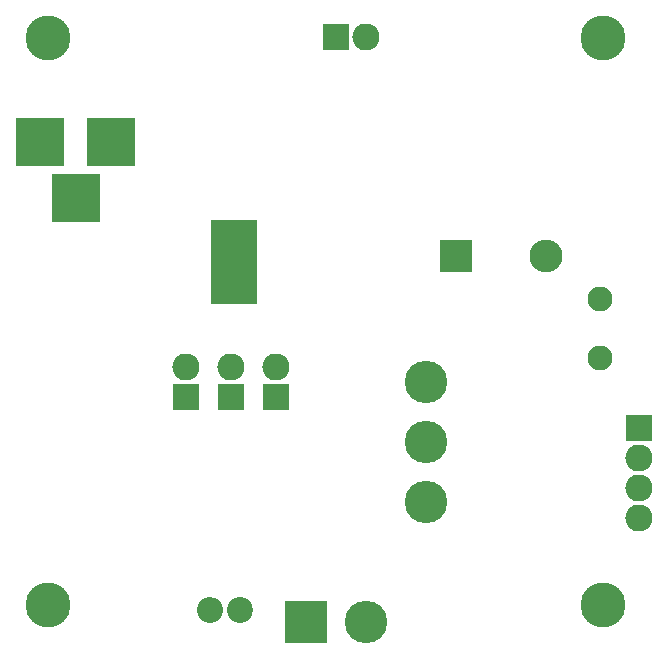
<source format=gbr>
G04 #@! TF.FileFunction,Soldermask,Bot*
%FSLAX46Y46*%
G04 Gerber Fmt 4.6, Leading zero omitted, Abs format (unit mm)*
G04 Created by KiCad (PCBNEW 4.0.7) date 10/02/18 03:54:40*
%MOMM*%
%LPD*%
G01*
G04 APERTURE LIST*
%ADD10C,0.100000*%
%ADD11R,4.100000X4.100000*%
%ADD12R,2.300000X2.300000*%
%ADD13O,2.300000X2.300000*%
%ADD14R,2.800000X2.800000*%
%ADD15O,2.800000X2.800000*%
%ADD16C,2.124000*%
%ADD17C,2.200000*%
%ADD18O,2.200000X2.200000*%
%ADD19R,1.400000X1.900000*%
%ADD20R,2.400000X1.900000*%
%ADD21C,3.800000*%
%ADD22R,3.600000X3.600000*%
%ADD23C,3.600000*%
G04 APERTURE END LIST*
D10*
D11*
X100330000Y-83820000D03*
X94330000Y-83820000D03*
X97330000Y-88520000D03*
D12*
X114300000Y-105410000D03*
D13*
X114300000Y-102870000D03*
D14*
X129540000Y-93472000D03*
D15*
X137160000Y-93472000D03*
D16*
X141732000Y-102068000D03*
X141732000Y-97068000D03*
D12*
X145000000Y-108000000D03*
D13*
X145000000Y-110540000D03*
X145000000Y-113080000D03*
X145000000Y-115620000D03*
D17*
X111252000Y-123444000D03*
D18*
X108712000Y-123444000D03*
D19*
X112044000Y-91380000D03*
D20*
X110744000Y-96580000D03*
X110744000Y-95280000D03*
X110744000Y-91380000D03*
X110744000Y-92680000D03*
X110744000Y-93980000D03*
D19*
X109444000Y-91380000D03*
X109444000Y-92680000D03*
X109444000Y-93980000D03*
X109444000Y-95280000D03*
X109444000Y-96580000D03*
X112044000Y-96580000D03*
X112044000Y-95280000D03*
X112044000Y-93980000D03*
X112044000Y-92680000D03*
D12*
X106680000Y-105410000D03*
D13*
X106680000Y-102870000D03*
D12*
X110490000Y-105410000D03*
D13*
X110490000Y-102870000D03*
D21*
X95000000Y-123000000D03*
X95000000Y-75000000D03*
X142000000Y-75000000D03*
X142000000Y-123000000D03*
D22*
X116840000Y-124460000D03*
D23*
X121920000Y-124460000D03*
D12*
X119380000Y-74930000D03*
D13*
X121920000Y-74930000D03*
D23*
X127000000Y-104140000D03*
X127000000Y-114300000D03*
X127000000Y-109220000D03*
M02*

</source>
